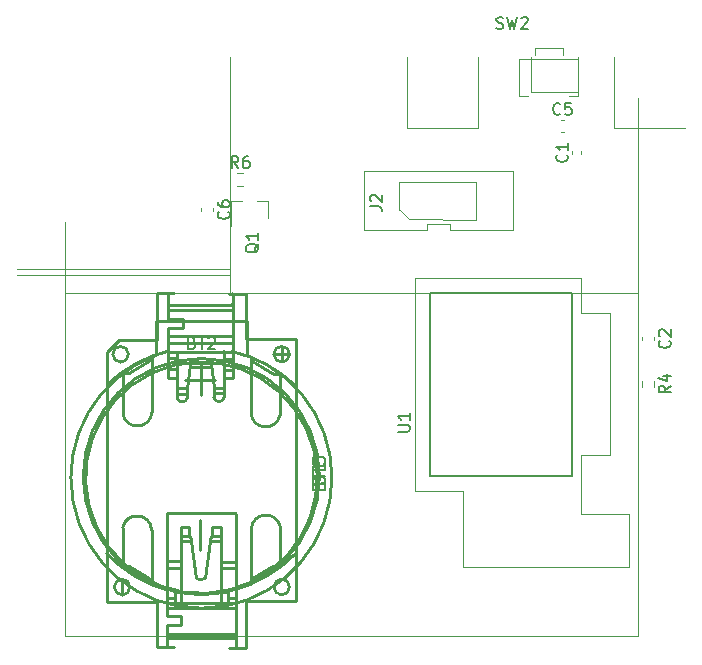
<source format=gbr>
G04 #@! TF.GenerationSoftware,KiCad,Pcbnew,(5.1.9-0-10_14)*
G04 #@! TF.CreationDate,2021-03-14T11:16:57+08:00*
G04 #@! TF.ProjectId,mops-out,6d6f7073-2d6f-4757-942e-6b696361645f,rev?*
G04 #@! TF.SameCoordinates,Original*
G04 #@! TF.FileFunction,Legend,Top*
G04 #@! TF.FilePolarity,Positive*
%FSLAX46Y46*%
G04 Gerber Fmt 4.6, Leading zero omitted, Abs format (unit mm)*
G04 Created by KiCad (PCBNEW (5.1.9-0-10_14)) date 2021-03-14 11:16:57*
%MOMM*%
%LPD*%
G01*
G04 APERTURE LIST*
%ADD10C,0.120000*%
%ADD11C,0.050000*%
%ADD12C,0.254000*%
%ADD13C,0.100076*%
%ADD14C,0.150114*%
%ADD15C,0.100000*%
%ADD16C,0.150000*%
G04 APERTURE END LIST*
D10*
X104000000Y-96000000D02*
X104000000Y-61000000D01*
X104000000Y-96000000D02*
X152500000Y-96000000D01*
X152500000Y-96000000D02*
X152500000Y-50500000D01*
X104000000Y-67000000D02*
X152500000Y-67000000D01*
X118000000Y-67000000D02*
X118000000Y-47000000D01*
X100000000Y-65000000D02*
X118000000Y-65000000D01*
X100000000Y-65500000D02*
X118000000Y-65500000D01*
D11*
X133000000Y-47000000D02*
X133000000Y-53000000D01*
X133000000Y-53000000D02*
X139000000Y-53000000D01*
X139000000Y-53000000D02*
X139000000Y-47000000D01*
X147500000Y-47000000D02*
X147500000Y-50000000D01*
X147500000Y-50000000D02*
X143500000Y-50000000D01*
X143500000Y-50000000D02*
X143500000Y-47000000D01*
X150500000Y-47000000D02*
X150500000Y-53000000D01*
X156500000Y-53000000D02*
X150500000Y-53000000D01*
D12*
X114579400Y-87604600D02*
X113817400Y-87604600D01*
X114731800Y-87960200D02*
X113842800Y-87960200D01*
X113817400Y-86791800D02*
X113817400Y-93192600D01*
X114325400Y-86791800D02*
X113817400Y-86791800D01*
X114528600Y-86791800D02*
X114325400Y-86791800D01*
X114528600Y-87553800D02*
X114528600Y-86791800D01*
X114731800Y-87757000D02*
X114528600Y-87553800D01*
X114731800Y-87960200D02*
X114731800Y-87757000D01*
X115138200Y-91135200D02*
X114731800Y-87960200D01*
X117195600Y-87604600D02*
X116433600Y-87604600D01*
X117170200Y-87960200D02*
X116281200Y-87960200D01*
X117195600Y-86791800D02*
X117195600Y-93192600D01*
X116687600Y-86791800D02*
X117195600Y-86791800D01*
X116484400Y-86791800D02*
X116687600Y-86791800D01*
X116484400Y-87553800D02*
X116484400Y-86791800D01*
X116281200Y-87757000D02*
X116484400Y-87553800D01*
X116281200Y-87960200D02*
X116281200Y-87757000D01*
X115874800Y-91135200D02*
X116281200Y-87960200D01*
X113258600Y-92786200D02*
X112674400Y-92786200D01*
X113309400Y-92075000D02*
X113309400Y-93218000D01*
X112771428Y-92075000D02*
X113309400Y-92075000D01*
X118364000Y-93700600D02*
X112750600Y-93700600D01*
X118465600Y-96215200D02*
X112674400Y-96215200D01*
X118440200Y-95834200D02*
X112674400Y-95834200D01*
X112674400Y-96977200D02*
X112649000Y-97002600D01*
X112674400Y-95072200D02*
X112674400Y-96977200D01*
X113868200Y-95072200D02*
X112674400Y-95072200D01*
X113868200Y-94335600D02*
X113868200Y-95072200D01*
X112674400Y-94335600D02*
X113868200Y-94335600D01*
X112674400Y-93954600D02*
X112674400Y-94335600D01*
X112674400Y-85623400D02*
X112674400Y-93954600D01*
X118414800Y-85623400D02*
X112674400Y-85623400D01*
X118465600Y-85674200D02*
X118414800Y-85623400D01*
X118465600Y-93980000D02*
X118465600Y-85674200D01*
X118465600Y-94361000D02*
X118465600Y-93980000D01*
X118465600Y-94996000D02*
X118465600Y-94361000D01*
X118465600Y-97002600D02*
X118465600Y-94996000D01*
X118491000Y-97028000D02*
X118465600Y-97002600D01*
X118414800Y-93218000D02*
X112674400Y-93218000D01*
X122224800Y-73888600D02*
X122224800Y-77343000D01*
X119786400Y-72466200D02*
X119786400Y-77165200D01*
X108940600Y-73812400D02*
X108940600Y-77266800D01*
X111379000Y-72390000D02*
X111379000Y-77089000D01*
X122250200Y-86766400D02*
X122250200Y-90220800D01*
X119811800Y-86944200D02*
X119811800Y-91643200D01*
X111353600Y-87045800D02*
X111353600Y-91694000D01*
X108864400Y-91236800D02*
X108864400Y-92532200D01*
X123012200Y-72186800D02*
X121742200Y-72186800D01*
X122377200Y-71526400D02*
X122377200Y-72771000D01*
X123571000Y-93116806D02*
X119380000Y-93116806D01*
X123571000Y-70916800D02*
X123571000Y-93116806D01*
X123545600Y-70891400D02*
X123571000Y-70916800D01*
X119354600Y-70891400D02*
X123545600Y-70891400D01*
X119354600Y-67056000D02*
X119354600Y-70891400D01*
X117932200Y-67056000D02*
X119354600Y-67056000D01*
X119354600Y-97028000D02*
X117906800Y-97028000D01*
X119354600Y-93116806D02*
X119354600Y-97028000D01*
X111785400Y-67030600D02*
X111785400Y-70941794D01*
X113233200Y-67030600D02*
X111785400Y-67030600D01*
X111785400Y-97002600D02*
X113233200Y-97002600D01*
X111785400Y-93167200D02*
X111785400Y-97002600D01*
X107594400Y-93167200D02*
X111785400Y-93167200D01*
X107569000Y-93141800D02*
X107594400Y-93167200D01*
X107569000Y-71983600D02*
X107569000Y-93141800D01*
X108610806Y-70941794D02*
X107569000Y-71983600D01*
X111760000Y-70941794D02*
X108610806Y-70941794D01*
X113817400Y-90297000D02*
X112674400Y-90297000D01*
X113817400Y-89712800D02*
X112674400Y-89712800D01*
X118389400Y-89738200D02*
X117246400Y-89738200D01*
X118389400Y-90322400D02*
X117246400Y-90322400D01*
X117830600Y-92075000D02*
X117830600Y-93218000D01*
X118368572Y-92075000D02*
X117830600Y-92075000D01*
X118465600Y-92786200D02*
X117881400Y-92786200D01*
X114020600Y-69164200D02*
X114020600Y-69951600D01*
X112750600Y-69164200D02*
X114020600Y-69164200D01*
X112750600Y-67030600D02*
X112750600Y-69164200D01*
X118289426Y-67083026D02*
X118289426Y-71958200D01*
X118262400Y-71272400D02*
X112776000Y-71272400D01*
X118237000Y-70662800D02*
X112826800Y-70662800D01*
X118287800Y-68453000D02*
X112776000Y-68453000D01*
X118110000Y-68046600D02*
X112750600Y-68046600D01*
X112776000Y-71958200D02*
X112776000Y-73406000D01*
X113487200Y-72491600D02*
X112776000Y-72491600D01*
X118211600Y-72593200D02*
X117500400Y-72593200D01*
X117500400Y-73507600D02*
X118237000Y-73507600D01*
X117500400Y-72059800D02*
X117500400Y-73507600D01*
X113512600Y-72948800D02*
X113512600Y-75869800D01*
X117424200Y-72948800D02*
X113512600Y-72948800D01*
X114376200Y-75514200D02*
X114376200Y-75869800D01*
X114376200Y-75514200D02*
X113512600Y-75514200D01*
X114376200Y-75082400D02*
X114376200Y-75514200D01*
X113512600Y-75082400D02*
X114376200Y-75082400D01*
X114629997Y-73002826D02*
X114358090Y-75127028D01*
X117500400Y-72923400D02*
X117500400Y-75844400D01*
X116636800Y-75488800D02*
X116636800Y-75844400D01*
X117500400Y-75057000D02*
X116636800Y-75057000D01*
X116636800Y-74960150D02*
X116383003Y-72977426D01*
X116636800Y-75488800D02*
X116636800Y-74960150D01*
X117500400Y-75488800D02*
X116636800Y-75488800D01*
X116424862Y-73279000D02*
X114630200Y-73279000D01*
X113512600Y-73406000D02*
X113512600Y-71958200D01*
X112776000Y-73406000D02*
X113512600Y-73406000D01*
X112776000Y-74168000D02*
X112776000Y-73406000D01*
X113461800Y-74168000D02*
X112776000Y-74168000D01*
X118262400Y-74168000D02*
X117500400Y-74168000D01*
X118262400Y-71958200D02*
X118262400Y-74168000D01*
X112776000Y-71958200D02*
X118262400Y-71958200D01*
X112776000Y-69977000D02*
X112776000Y-71958200D01*
X114046000Y-69977000D02*
X112776000Y-69977000D01*
X108915200Y-90322400D02*
X108915200Y-86868000D01*
X108915200Y-90170000D02*
X108915200Y-90322400D01*
X109499400Y-90170000D02*
X108915200Y-90170000D01*
X109474000Y-73812400D02*
X108889800Y-73812400D01*
X122275600Y-90119200D02*
X121691400Y-90119200D01*
X122250200Y-73863200D02*
X121666000Y-73863200D01*
X115138200Y-91135200D02*
G75*
G03*
X115874800Y-91135200I368300J368300D01*
G01*
X118516400Y-92075000D02*
G75*
G03*
X123527820Y-89087960I-3121790J10934895D01*
G01*
X119786400Y-77165199D02*
G75*
G03*
X122224800Y-77343000I1229891J57719D01*
G01*
X108940600Y-77266799D02*
G75*
G03*
X111379000Y-77089000I1208509J235519D01*
G01*
X122250200Y-86791801D02*
G75*
G03*
X119811800Y-86969600I-1208509J-235519D01*
G01*
X111353600Y-87045801D02*
G75*
G03*
X108915200Y-86868000I-1229891J-57719D01*
G01*
X112826800Y-71907400D02*
G75*
G03*
X107596940Y-74754740I2632974J-11062773D01*
G01*
X107569000Y-89077800D02*
G75*
G03*
X112687100Y-92158820I8218067J7860082D01*
G01*
X108071920Y-72191880D02*
G75*
G03*
X108071920Y-72179180I664751J6350D01*
G01*
X121711720Y-72191880D02*
G75*
G03*
X121711720Y-72179180I664751J6350D01*
G01*
X121711720Y-91902280D02*
G75*
G03*
X121711720Y-91889580I664751J6350D01*
G01*
X108198920Y-91902280D02*
G75*
G03*
X108198920Y-91889580I664751J6350D01*
G01*
X114020600Y-69951600D02*
G75*
G03*
X114046000Y-69977000I25400J0D01*
G01*
X112776000Y-71856600D02*
G75*
G03*
X112826800Y-71907400I50800J0D01*
G01*
X123520200Y-74828400D02*
G75*
G03*
X118290340Y-71981060I-7862834J-8215433D01*
G01*
X118290340Y-71981060D02*
G75*
G03*
X118214140Y-71907400I-74544J-871D01*
G01*
X118290340Y-67083940D02*
G75*
G03*
X118262400Y-67056000I-27020J920D01*
G01*
X118287800Y-71297800D02*
G75*
G03*
X118262400Y-71272400I-25400J0D01*
G01*
X118287800Y-70713600D02*
G75*
G03*
X118237000Y-70662800I-50800J0D01*
G01*
X118110000Y-68046600D02*
G75*
G03*
X118160800Y-67995800I0J50800D01*
G01*
X117500400Y-71958200D02*
G75*
G03*
X117551200Y-72009000I50800J0D01*
G01*
X113512599Y-75869799D02*
G75*
G03*
X114376200Y-75869800I431801J84360D01*
G01*
X116636799Y-75844399D02*
G75*
G03*
X117500400Y-75844400I431801J84360D01*
G01*
X111353600Y-91287600D02*
G75*
G03*
X109499400Y-90170000I-15840075J-24183181D01*
G01*
X109474000Y-73812400D02*
G75*
G03*
X111328200Y-72694800I-13985875J25300781D01*
G01*
X121691400Y-90119200D02*
G75*
G03*
X119837200Y-91236800I13985875J-25300781D01*
G01*
X119811800Y-72745600D02*
G75*
G03*
X121666000Y-73863200I15840075J24183181D01*
G01*
X114199924Y-74380115D02*
X116739924Y-74380115D01*
X115469924Y-86180143D02*
X115469924Y-88720143D01*
X115569924Y-73110115D02*
X115569924Y-75650115D01*
X119419929Y-69380125D02*
X111719919Y-69380125D01*
X119419929Y-69380125D02*
X119419929Y-72180120D01*
X111719919Y-69380125D02*
X111719919Y-72280120D01*
X111369932Y-73780117D02*
G75*
G03*
X111458248Y-73738715I4205311J-8855574D01*
G01*
X111719919Y-72280120D02*
G75*
G03*
X119409896Y-72272652I3855048J-10355718D01*
G01*
X125569980Y-82550000D02*
G75*
G03*
X125569980Y-82550000I-9999980J0D01*
G01*
D10*
X118617276Y-56881500D02*
X119126724Y-56881500D01*
X118617276Y-57926500D02*
X119126724Y-57926500D01*
X153938500Y-74421276D02*
X153938500Y-74930724D01*
X152893500Y-74421276D02*
X152893500Y-74930724D01*
X121214000Y-59184000D02*
X120284000Y-59184000D01*
X118054000Y-59184000D02*
X118984000Y-59184000D01*
X118054000Y-59184000D02*
X118054000Y-61344000D01*
X121214000Y-59184000D02*
X121214000Y-60644000D01*
X116588000Y-59797733D02*
X116588000Y-60090267D01*
X115568000Y-59797733D02*
X115568000Y-60090267D01*
X145993733Y-52380000D02*
X146286267Y-52380000D01*
X145993733Y-53400000D02*
X146286267Y-53400000D01*
X153926000Y-70719733D02*
X153926000Y-71012267D01*
X152906000Y-70719733D02*
X152906000Y-71012267D01*
X146960000Y-55233835D02*
X146960000Y-55002165D01*
X147680000Y-55233835D02*
X147680000Y-55002165D01*
D13*
X147697952Y-85728048D02*
X151798020Y-85728048D01*
X151798020Y-85728048D02*
X151798020Y-90227912D01*
X151798020Y-90227912D02*
X137697972Y-90227912D01*
X137697972Y-90227912D02*
X137697972Y-83728052D01*
X137697972Y-83728052D02*
X133697980Y-83728052D01*
X133697980Y-83728052D02*
X133697980Y-65728088D01*
X133697980Y-65728088D02*
X147697952Y-65728088D01*
X147697952Y-65728088D02*
X147697952Y-68728082D01*
X147697952Y-68728082D02*
X150198074Y-68728082D01*
X150198074Y-68728082D02*
X150198074Y-80728058D01*
X150198074Y-80728058D02*
X147697952Y-80728058D01*
X147697952Y-80728058D02*
X147697952Y-85728048D01*
D14*
X134947914Y-82477864D02*
X134947914Y-66978022D01*
X134947914Y-66978022D02*
X146947890Y-66978022D01*
X146947890Y-66978022D02*
X146947890Y-82477864D01*
X146947890Y-82477864D02*
X134947914Y-82477864D01*
D10*
X133186000Y-60762000D02*
X132356000Y-59992000D01*
X133196000Y-60762000D02*
X138861000Y-60802000D01*
X138861000Y-58274470D02*
X138861000Y-57632000D01*
X138861000Y-60802000D02*
X138856000Y-58252000D01*
X133721000Y-57632000D02*
X138861000Y-57632000D01*
X133126000Y-57632000D02*
X133721000Y-57632000D01*
X132326000Y-57632000D02*
X133086000Y-57632000D01*
X132326000Y-59962000D02*
X132326000Y-57632000D01*
X129311000Y-61682000D02*
X129311000Y-56682000D01*
X129311000Y-56682000D02*
X141961000Y-56682000D01*
X141961000Y-56682000D02*
X141961000Y-61682000D01*
X141961000Y-61682000D02*
X136636000Y-61682000D01*
X136636000Y-61682000D02*
X136636000Y-61182000D01*
X136636000Y-61182000D02*
X134636000Y-61182000D01*
X134636000Y-61182000D02*
X134636000Y-61682000D01*
X134636000Y-61682000D02*
X129311000Y-61682000D01*
D15*
X146698752Y-50359712D02*
X147498598Y-50359712D01*
X147498598Y-50359712D02*
X147498598Y-47159566D01*
X147498598Y-47159566D02*
X142498608Y-47159566D01*
X142498608Y-47159566D02*
X142498608Y-50359712D01*
X142498608Y-50359712D02*
X143198632Y-50359712D01*
X146198626Y-46859592D02*
X146198626Y-46259644D01*
X146198626Y-46259644D02*
X143798834Y-46259644D01*
X143798834Y-46259644D02*
X143798834Y-46859592D01*
D16*
X125498571Y-82827714D02*
X125546190Y-82684857D01*
X125593809Y-82637238D01*
X125689047Y-82589619D01*
X125831904Y-82589619D01*
X125927142Y-82637238D01*
X125974761Y-82684857D01*
X126022380Y-82780095D01*
X126022380Y-83161047D01*
X125022380Y-83161047D01*
X125022380Y-82827714D01*
X125070000Y-82732476D01*
X125117619Y-82684857D01*
X125212857Y-82637238D01*
X125308095Y-82637238D01*
X125403333Y-82684857D01*
X125450952Y-82732476D01*
X125498571Y-82827714D01*
X125498571Y-83161047D01*
X125022380Y-82303904D02*
X125022380Y-81732476D01*
X126022380Y-82018190D02*
X125022380Y-82018190D01*
X125022380Y-81494380D02*
X125022380Y-80875333D01*
X125403333Y-81208666D01*
X125403333Y-81065809D01*
X125450952Y-80970571D01*
X125498571Y-80922952D01*
X125593809Y-80875333D01*
X125831904Y-80875333D01*
X125927142Y-80922952D01*
X125974761Y-80970571D01*
X126022380Y-81065809D01*
X126022380Y-81351523D01*
X125974761Y-81446761D01*
X125927142Y-81494380D01*
X114784285Y-71208571D02*
X114927142Y-71256190D01*
X114974761Y-71303809D01*
X115022380Y-71399047D01*
X115022380Y-71541904D01*
X114974761Y-71637142D01*
X114927142Y-71684761D01*
X114831904Y-71732380D01*
X114450952Y-71732380D01*
X114450952Y-70732380D01*
X114784285Y-70732380D01*
X114879523Y-70780000D01*
X114927142Y-70827619D01*
X114974761Y-70922857D01*
X114974761Y-71018095D01*
X114927142Y-71113333D01*
X114879523Y-71160952D01*
X114784285Y-71208571D01*
X114450952Y-71208571D01*
X115308095Y-70732380D02*
X115879523Y-70732380D01*
X115593809Y-71732380D02*
X115593809Y-70732380D01*
X116165238Y-70827619D02*
X116212857Y-70780000D01*
X116308095Y-70732380D01*
X116546190Y-70732380D01*
X116641428Y-70780000D01*
X116689047Y-70827619D01*
X116736666Y-70922857D01*
X116736666Y-71018095D01*
X116689047Y-71160952D01*
X116117619Y-71732380D01*
X116736666Y-71732380D01*
X125498571Y-83335714D02*
X125546190Y-83192857D01*
X125593809Y-83145238D01*
X125689047Y-83097619D01*
X125831904Y-83097619D01*
X125927142Y-83145238D01*
X125974761Y-83192857D01*
X126022380Y-83288095D01*
X126022380Y-83669047D01*
X125022380Y-83669047D01*
X125022380Y-83335714D01*
X125070000Y-83240476D01*
X125117619Y-83192857D01*
X125212857Y-83145238D01*
X125308095Y-83145238D01*
X125403333Y-83192857D01*
X125450952Y-83240476D01*
X125498571Y-83335714D01*
X125498571Y-83669047D01*
X125022380Y-82811904D02*
X125022380Y-82240476D01*
X126022380Y-82526190D02*
X125022380Y-82526190D01*
X126022380Y-81383333D02*
X126022380Y-81954761D01*
X126022380Y-81669047D02*
X125022380Y-81669047D01*
X125165238Y-81764285D01*
X125260476Y-81859523D01*
X125308095Y-81954761D01*
X118705333Y-56426380D02*
X118372000Y-55950190D01*
X118133904Y-56426380D02*
X118133904Y-55426380D01*
X118514857Y-55426380D01*
X118610095Y-55474000D01*
X118657714Y-55521619D01*
X118705333Y-55616857D01*
X118705333Y-55759714D01*
X118657714Y-55854952D01*
X118610095Y-55902571D01*
X118514857Y-55950190D01*
X118133904Y-55950190D01*
X119562476Y-55426380D02*
X119372000Y-55426380D01*
X119276761Y-55474000D01*
X119229142Y-55521619D01*
X119133904Y-55664476D01*
X119086285Y-55854952D01*
X119086285Y-56235904D01*
X119133904Y-56331142D01*
X119181523Y-56378761D01*
X119276761Y-56426380D01*
X119467238Y-56426380D01*
X119562476Y-56378761D01*
X119610095Y-56331142D01*
X119657714Y-56235904D01*
X119657714Y-55997809D01*
X119610095Y-55902571D01*
X119562476Y-55854952D01*
X119467238Y-55807333D01*
X119276761Y-55807333D01*
X119181523Y-55854952D01*
X119133904Y-55902571D01*
X119086285Y-55997809D01*
X155298380Y-74842666D02*
X154822190Y-75176000D01*
X155298380Y-75414095D02*
X154298380Y-75414095D01*
X154298380Y-75033142D01*
X154346000Y-74937904D01*
X154393619Y-74890285D01*
X154488857Y-74842666D01*
X154631714Y-74842666D01*
X154726952Y-74890285D01*
X154774571Y-74937904D01*
X154822190Y-75033142D01*
X154822190Y-75414095D01*
X154631714Y-73985523D02*
X155298380Y-73985523D01*
X154250761Y-74223619D02*
X154965047Y-74461714D01*
X154965047Y-73842666D01*
X120435619Y-62833238D02*
X120388000Y-62928476D01*
X120292761Y-63023714D01*
X120149904Y-63166571D01*
X120102285Y-63261809D01*
X120102285Y-63357047D01*
X120340380Y-63309428D02*
X120292761Y-63404666D01*
X120197523Y-63499904D01*
X120007047Y-63547523D01*
X119673714Y-63547523D01*
X119483238Y-63499904D01*
X119388000Y-63404666D01*
X119340380Y-63309428D01*
X119340380Y-63118952D01*
X119388000Y-63023714D01*
X119483238Y-62928476D01*
X119673714Y-62880857D01*
X120007047Y-62880857D01*
X120197523Y-62928476D01*
X120292761Y-63023714D01*
X120340380Y-63118952D01*
X120340380Y-63309428D01*
X120340380Y-61928476D02*
X120340380Y-62499904D01*
X120340380Y-62214190D02*
X119340380Y-62214190D01*
X119483238Y-62309428D01*
X119578476Y-62404666D01*
X119626095Y-62499904D01*
X117865142Y-60110666D02*
X117912761Y-60158285D01*
X117960380Y-60301142D01*
X117960380Y-60396380D01*
X117912761Y-60539238D01*
X117817523Y-60634476D01*
X117722285Y-60682095D01*
X117531809Y-60729714D01*
X117388952Y-60729714D01*
X117198476Y-60682095D01*
X117103238Y-60634476D01*
X117008000Y-60539238D01*
X116960380Y-60396380D01*
X116960380Y-60301142D01*
X117008000Y-60158285D01*
X117055619Y-60110666D01*
X116960380Y-59253523D02*
X116960380Y-59444000D01*
X117008000Y-59539238D01*
X117055619Y-59586857D01*
X117198476Y-59682095D01*
X117388952Y-59729714D01*
X117769904Y-59729714D01*
X117865142Y-59682095D01*
X117912761Y-59634476D01*
X117960380Y-59539238D01*
X117960380Y-59348761D01*
X117912761Y-59253523D01*
X117865142Y-59205904D01*
X117769904Y-59158285D01*
X117531809Y-59158285D01*
X117436571Y-59205904D01*
X117388952Y-59253523D01*
X117341333Y-59348761D01*
X117341333Y-59539238D01*
X117388952Y-59634476D01*
X117436571Y-59682095D01*
X117531809Y-59729714D01*
X145973333Y-51817142D02*
X145925714Y-51864761D01*
X145782857Y-51912380D01*
X145687619Y-51912380D01*
X145544761Y-51864761D01*
X145449523Y-51769523D01*
X145401904Y-51674285D01*
X145354285Y-51483809D01*
X145354285Y-51340952D01*
X145401904Y-51150476D01*
X145449523Y-51055238D01*
X145544761Y-50960000D01*
X145687619Y-50912380D01*
X145782857Y-50912380D01*
X145925714Y-50960000D01*
X145973333Y-51007619D01*
X146878095Y-50912380D02*
X146401904Y-50912380D01*
X146354285Y-51388571D01*
X146401904Y-51340952D01*
X146497142Y-51293333D01*
X146735238Y-51293333D01*
X146830476Y-51340952D01*
X146878095Y-51388571D01*
X146925714Y-51483809D01*
X146925714Y-51721904D01*
X146878095Y-51817142D01*
X146830476Y-51864761D01*
X146735238Y-51912380D01*
X146497142Y-51912380D01*
X146401904Y-51864761D01*
X146354285Y-51817142D01*
X155203142Y-71032666D02*
X155250761Y-71080285D01*
X155298380Y-71223142D01*
X155298380Y-71318380D01*
X155250761Y-71461238D01*
X155155523Y-71556476D01*
X155060285Y-71604095D01*
X154869809Y-71651714D01*
X154726952Y-71651714D01*
X154536476Y-71604095D01*
X154441238Y-71556476D01*
X154346000Y-71461238D01*
X154298380Y-71318380D01*
X154298380Y-71223142D01*
X154346000Y-71080285D01*
X154393619Y-71032666D01*
X154393619Y-70651714D02*
X154346000Y-70604095D01*
X154298380Y-70508857D01*
X154298380Y-70270761D01*
X154346000Y-70175523D01*
X154393619Y-70127904D01*
X154488857Y-70080285D01*
X154584095Y-70080285D01*
X154726952Y-70127904D01*
X155298380Y-70699333D01*
X155298380Y-70080285D01*
X146517142Y-55284666D02*
X146564761Y-55332285D01*
X146612380Y-55475142D01*
X146612380Y-55570380D01*
X146564761Y-55713238D01*
X146469523Y-55808476D01*
X146374285Y-55856095D01*
X146183809Y-55903714D01*
X146040952Y-55903714D01*
X145850476Y-55856095D01*
X145755238Y-55808476D01*
X145660000Y-55713238D01*
X145612380Y-55570380D01*
X145612380Y-55475142D01*
X145660000Y-55332285D01*
X145707619Y-55284666D01*
X146612380Y-54332285D02*
X146612380Y-54903714D01*
X146612380Y-54618000D02*
X145612380Y-54618000D01*
X145755238Y-54713238D01*
X145850476Y-54808476D01*
X145898095Y-54903714D01*
X132200380Y-78739904D02*
X133009904Y-78739904D01*
X133105142Y-78692285D01*
X133152761Y-78644666D01*
X133200380Y-78549428D01*
X133200380Y-78358952D01*
X133152761Y-78263714D01*
X133105142Y-78216095D01*
X133009904Y-78168476D01*
X132200380Y-78168476D01*
X133200380Y-77168476D02*
X133200380Y-77739904D01*
X133200380Y-77454190D02*
X132200380Y-77454190D01*
X132343238Y-77549428D01*
X132438476Y-77644666D01*
X132486095Y-77739904D01*
X129848380Y-59665333D02*
X130562666Y-59665333D01*
X130705523Y-59712952D01*
X130800761Y-59808190D01*
X130848380Y-59951047D01*
X130848380Y-60046285D01*
X129943619Y-59236761D02*
X129896000Y-59189142D01*
X129848380Y-59093904D01*
X129848380Y-58855809D01*
X129896000Y-58760571D01*
X129943619Y-58712952D01*
X130038857Y-58665333D01*
X130134095Y-58665333D01*
X130276952Y-58712952D01*
X130848380Y-59284380D01*
X130848380Y-58665333D01*
X140552559Y-44580396D02*
X140695416Y-44628015D01*
X140933512Y-44628015D01*
X141028750Y-44580396D01*
X141076369Y-44532777D01*
X141123988Y-44437539D01*
X141123988Y-44342301D01*
X141076369Y-44247063D01*
X141028750Y-44199444D01*
X140933512Y-44151825D01*
X140743035Y-44104206D01*
X140647797Y-44056587D01*
X140600178Y-44008968D01*
X140552559Y-43913730D01*
X140552559Y-43818492D01*
X140600178Y-43723254D01*
X140647797Y-43675635D01*
X140743035Y-43628015D01*
X140981131Y-43628015D01*
X141123988Y-43675635D01*
X141457321Y-43628015D02*
X141695416Y-44628015D01*
X141885893Y-43913730D01*
X142076369Y-44628015D01*
X142314464Y-43628015D01*
X142647797Y-43723254D02*
X142695416Y-43675635D01*
X142790654Y-43628015D01*
X143028750Y-43628015D01*
X143123988Y-43675635D01*
X143171607Y-43723254D01*
X143219226Y-43818492D01*
X143219226Y-43913730D01*
X143171607Y-44056587D01*
X142600178Y-44628015D01*
X143219226Y-44628015D01*
M02*

</source>
